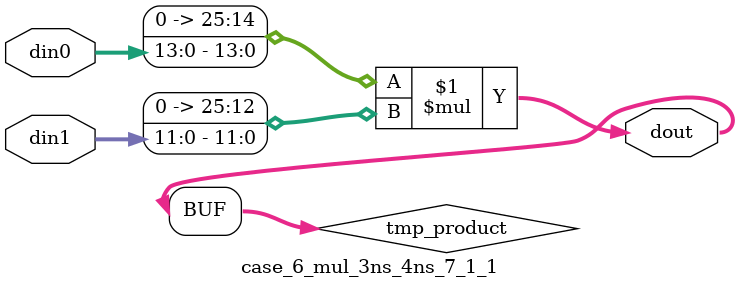
<source format=v>

`timescale 1 ns / 1 ps

 (* use_dsp = "no" *)  module case_6_mul_3ns_4ns_7_1_1(din0, din1, dout);
parameter ID = 1;
parameter NUM_STAGE = 0;
parameter din0_WIDTH = 14;
parameter din1_WIDTH = 12;
parameter dout_WIDTH = 26;

input [din0_WIDTH - 1 : 0] din0; 
input [din1_WIDTH - 1 : 0] din1; 
output [dout_WIDTH - 1 : 0] dout;

wire signed [dout_WIDTH - 1 : 0] tmp_product;
























assign tmp_product = $signed({1'b0, din0}) * $signed({1'b0, din1});











assign dout = tmp_product;





















endmodule

</source>
